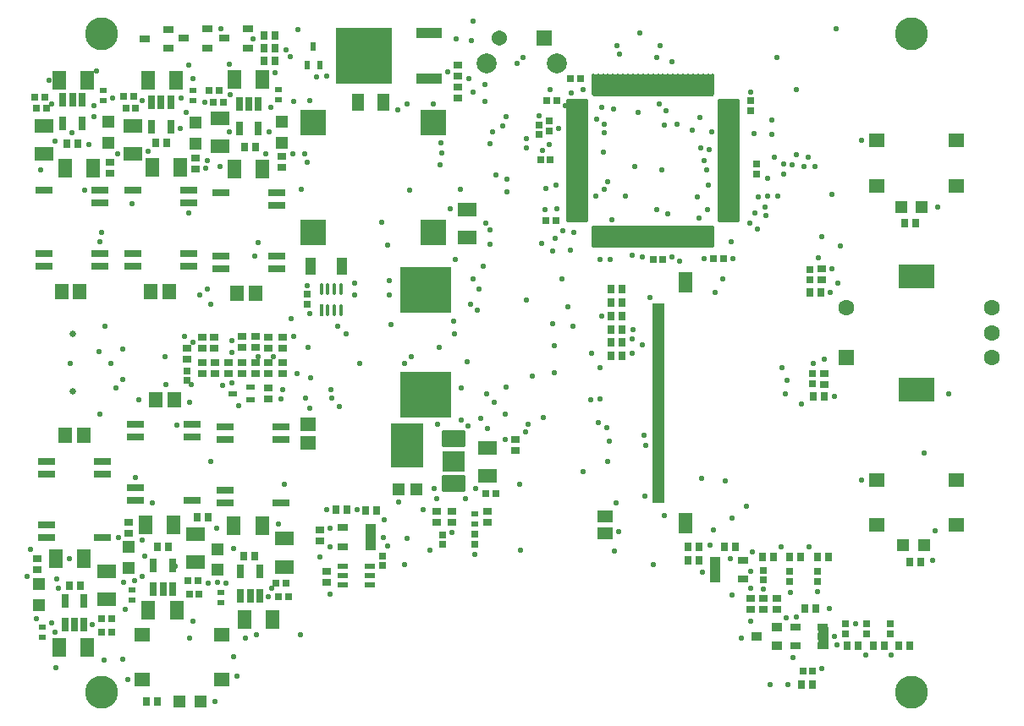
<source format=gts>
G04*
G04 #@! TF.GenerationSoftware,Altium Limited,Altium Designer,22.1.2 (22)*
G04*
G04 Layer_Color=8388736*
%FSLAX44Y44*%
%MOMM*%
G71*
G04*
G04 #@! TF.SameCoordinates,74BE647B-5A68-4C54-96DD-97E0C3036DEC*
G04*
G04*
G04 #@! TF.FilePolarity,Negative*
G04*
G01*
G75*
%ADD31R,0.3750X1.1565*%
G04:AMPARAMS|DCode=32|XSize=1.1565mm|YSize=0.375mm|CornerRadius=0.1875mm|HoleSize=0mm|Usage=FLASHONLY|Rotation=90.000|XOffset=0mm|YOffset=0mm|HoleType=Round|Shape=RoundedRectangle|*
%AMROUNDEDRECTD32*
21,1,1.1565,0.0000,0,0,90.0*
21,1,0.7815,0.3750,0,0,90.0*
1,1,0.3750,0.0000,0.3908*
1,1,0.3750,0.0000,-0.3908*
1,1,0.3750,0.0000,-0.3908*
1,1,0.3750,0.0000,0.3908*
%
%ADD32ROUNDEDRECTD32*%
%ADD33R,1.7000X0.8000*%
%ADD35R,1.5562X1.4546*%
%ADD37R,1.4546X1.5562*%
%ADD40R,2.6000X1.0600*%
%ADD41R,5.7000X5.6320*%
%ADD51R,1.1544X1.7062*%
%ADD55R,1.2433X20.0052*%
%ADD56R,1.0160X2.2860*%
%ADD57R,2.1040X1.7865*%
%ADD58R,2.0952X1.7748*%
%ADD59R,12.0411X2.1812*%
%ADD60R,2.1985X12.0139*%
%ADD61R,12.0366X2.1924*%
%ADD62R,2.1936X11.9964*%
%ADD63R,1.1000X0.4000*%
%ADD64R,1.4000X2.1000*%
%ADD65R,2.6000X2.6000*%
%ADD66R,0.6000X0.9000*%
%ADD67R,0.9000X0.6000*%
G04:AMPARAMS|DCode=68|XSize=0.7mm|YSize=1.1mm|CornerRadius=0.101mm|HoleSize=0mm|Usage=FLASHONLY|Rotation=270.000|XOffset=0mm|YOffset=0mm|HoleType=Round|Shape=RoundedRectangle|*
%AMROUNDEDRECTD68*
21,1,0.7000,0.8980,0,0,270.0*
21,1,0.4980,1.1000,0,0,270.0*
1,1,0.2020,-0.4490,-0.2490*
1,1,0.2020,-0.4490,0.2490*
1,1,0.2020,0.4490,0.2490*
1,1,0.2020,0.4490,-0.2490*
%
%ADD68ROUNDEDRECTD68*%
%ADD69R,0.8500X0.7500*%
%ADD70R,5.1000X4.6000*%
%ADD71R,0.6500X1.4000*%
%ADD72R,0.8000X1.4000*%
%ADD73R,0.7500X0.8500*%
%ADD74R,0.7400X0.6400*%
%ADD75R,1.1000X0.6000*%
%ADD76R,1.0000X0.9000*%
%ADD77R,2.2700X2.0400*%
%ADD78O,0.4000X1.7000*%
%ADD79R,1.1000X0.7000*%
%ADD80R,1.4500X1.9000*%
%ADD81R,0.6400X0.7400*%
%ADD82R,1.0000X1.7500*%
%ADD83R,0.6500X0.6000*%
%ADD84R,1.3000X1.2000*%
%ADD85R,1.9000X1.4500*%
%ADD86R,0.7500X0.6500*%
%ADD87R,0.6500X0.7500*%
%ADD88R,1.5000X1.3000*%
%ADD89R,3.3000X4.4500*%
%ADD90R,1.2000X1.2500*%
%ADD91R,1.2000X1.3000*%
%ADD92O,0.4000X2.2000*%
%ADD93O,2.2000X0.4000*%
%ADD94R,1.6500X1.4000*%
%ADD95C,0.6500*%
%ADD96R,3.6000X2.4000*%
%ADD97R,1.6000X1.6000*%
%ADD98C,1.6000*%
%ADD99R,1.5400X1.5400*%
%ADD100C,1.5400*%
%ADD101C,2.0000*%
%ADD102C,3.3000*%
%ADD103C,0.5500*%
%ADD104C,0.6000*%
D31*
X299556Y412760D02*
D03*
D32*
X306056D02*
D03*
X312556D02*
D03*
X319056D02*
D03*
Y433777D02*
D03*
X312556D02*
D03*
X306056D02*
D03*
X299556D02*
D03*
D33*
X258908Y219900D02*
D03*
X202908D02*
D03*
Y232600D02*
D03*
X258908Y283400D02*
D03*
Y296100D02*
D03*
X202908Y283400D02*
D03*
Y296100D02*
D03*
X111092Y533100D02*
D03*
X167093D02*
D03*
Y520400D02*
D03*
X111092Y469600D02*
D03*
Y456900D02*
D03*
X167093Y469600D02*
D03*
Y456900D02*
D03*
X199204Y530074D02*
D03*
X255204D02*
D03*
Y517374D02*
D03*
X199204Y466574D02*
D03*
Y453874D02*
D03*
X255204Y466574D02*
D03*
Y453874D02*
D03*
X24429Y261100D02*
D03*
Y248400D02*
D03*
X80429Y261100D02*
D03*
Y248400D02*
D03*
X24429Y197600D02*
D03*
Y184900D02*
D03*
X80429D02*
D03*
X78093Y456900D02*
D03*
Y469600D02*
D03*
X22092Y456900D02*
D03*
Y469600D02*
D03*
X78093Y520400D02*
D03*
Y533100D02*
D03*
X22092D02*
D03*
X113908Y298115D02*
D03*
Y285415D02*
D03*
X169907Y298115D02*
D03*
Y285415D02*
D03*
X113908Y234615D02*
D03*
Y221915D02*
D03*
X169907D02*
D03*
D35*
X286260Y298673D02*
D03*
Y280158D02*
D03*
D37*
X134128Y322800D02*
D03*
X152643D02*
D03*
X43171Y287400D02*
D03*
X61687D02*
D03*
X147069Y431291D02*
D03*
X128554D02*
D03*
X58010D02*
D03*
X39494D02*
D03*
X233946Y430000D02*
D03*
X215431D02*
D03*
D40*
X407354Y690340D02*
D03*
Y644640D02*
D03*
D41*
X341854Y667500D02*
D03*
D51*
X361712Y621340D02*
D03*
X336194D02*
D03*
D55*
X636700Y320014D02*
D03*
D56*
X801690Y84421D02*
D03*
X693530Y154270D02*
D03*
X348970Y183980D02*
D03*
D57*
X431865Y238786D02*
D03*
D58*
X431879Y283835D02*
D03*
D59*
X631442Y638334D02*
D03*
D60*
X555437Y562383D02*
D03*
D61*
X631528Y486422D02*
D03*
D62*
X707413Y562450D02*
D03*
D63*
X636500Y322500D02*
D03*
Y417500D02*
D03*
Y412500D02*
D03*
Y407500D02*
D03*
Y402500D02*
D03*
Y397500D02*
D03*
Y392500D02*
D03*
Y387500D02*
D03*
Y382500D02*
D03*
Y377500D02*
D03*
Y372500D02*
D03*
Y367500D02*
D03*
Y362500D02*
D03*
Y357500D02*
D03*
Y352500D02*
D03*
Y347500D02*
D03*
Y342500D02*
D03*
Y337500D02*
D03*
Y332500D02*
D03*
Y327500D02*
D03*
Y317500D02*
D03*
Y312500D02*
D03*
Y307500D02*
D03*
Y302500D02*
D03*
Y297500D02*
D03*
Y292500D02*
D03*
Y287500D02*
D03*
Y282500D02*
D03*
Y277500D02*
D03*
Y272500D02*
D03*
Y267500D02*
D03*
Y262500D02*
D03*
Y257500D02*
D03*
Y252500D02*
D03*
Y247500D02*
D03*
Y242500D02*
D03*
Y237500D02*
D03*
Y232500D02*
D03*
Y227500D02*
D03*
Y222500D02*
D03*
D64*
X663500Y199500D02*
D03*
Y440500D02*
D03*
D65*
X291618Y490906D02*
D03*
Y600906D02*
D03*
X411618Y490906D02*
D03*
Y600906D02*
D03*
D66*
X285118Y658500D02*
D03*
X298118D02*
D03*
X291618Y676500D02*
D03*
D67*
X228689Y322816D02*
D03*
Y335816D02*
D03*
X210689Y329315D02*
D03*
D68*
X773970Y76191D02*
D03*
Y95191D02*
D03*
X801470D02*
D03*
Y85691D02*
D03*
Y76191D02*
D03*
X721250Y162500D02*
D03*
Y143500D02*
D03*
X693750D02*
D03*
Y153000D02*
D03*
Y162500D02*
D03*
X321250Y175750D02*
D03*
Y194750D02*
D03*
X348750D02*
D03*
Y185250D02*
D03*
Y175750D02*
D03*
D69*
X755550Y123750D02*
D03*
Y112750D02*
D03*
X304880Y150770D02*
D03*
Y139770D02*
D03*
X298000Y193000D02*
D03*
Y182000D02*
D03*
X206689Y349275D02*
D03*
Y360274D02*
D03*
X193217Y349275D02*
D03*
Y360275D02*
D03*
X246704Y374920D02*
D03*
Y385920D02*
D03*
X233439Y375110D02*
D03*
Y386110D02*
D03*
X220271Y375110D02*
D03*
Y386110D02*
D03*
X180433Y374920D02*
D03*
Y385920D02*
D03*
X260846Y374920D02*
D03*
Y385920D02*
D03*
X192188Y374920D02*
D03*
Y385920D02*
D03*
X493322Y272000D02*
D03*
Y283000D02*
D03*
X246704Y334816D02*
D03*
Y323815D02*
D03*
X246704Y349275D02*
D03*
Y360275D02*
D03*
X233439Y349275D02*
D03*
Y360275D02*
D03*
X219859Y349275D02*
D03*
Y360275D02*
D03*
X180433Y349275D02*
D03*
Y360275D02*
D03*
X261117Y349275D02*
D03*
Y360275D02*
D03*
X436161Y647427D02*
D03*
Y658427D02*
D03*
Y625649D02*
D03*
Y636649D02*
D03*
X15000Y152500D02*
D03*
Y163500D02*
D03*
X87750Y560750D02*
D03*
Y549750D02*
D03*
X260215Y555427D02*
D03*
Y566427D02*
D03*
X174062Y554500D02*
D03*
Y565500D02*
D03*
X106938Y200515D02*
D03*
Y189515D02*
D03*
X165546Y364000D02*
D03*
Y375000D02*
D03*
X430217Y199989D02*
D03*
Y210989D02*
D03*
X465615Y200000D02*
D03*
Y211000D02*
D03*
X414650Y200245D02*
D03*
Y211244D02*
D03*
X800433Y454102D02*
D03*
Y443102D02*
D03*
X742000Y112750D02*
D03*
Y123750D02*
D03*
X803014Y338528D02*
D03*
Y349528D02*
D03*
X728947Y112738D02*
D03*
Y123738D02*
D03*
D70*
X403617Y432920D02*
D03*
Y327920D02*
D03*
D71*
X60020Y623471D02*
D03*
X50520D02*
D03*
X41020D02*
D03*
X42929Y97500D02*
D03*
X52429D02*
D03*
X61929D02*
D03*
X131635Y133150D02*
D03*
X141135D02*
D03*
X150635D02*
D03*
X218907Y126850D02*
D03*
X228407D02*
D03*
X237907D02*
D03*
X148796Y620787D02*
D03*
X139296D02*
D03*
X129796D02*
D03*
X236714Y618927D02*
D03*
X227215D02*
D03*
X217715D02*
D03*
D72*
X41020Y599471D02*
D03*
X60020D02*
D03*
X61929Y121500D02*
D03*
X42929D02*
D03*
X150635Y157150D02*
D03*
X131635D02*
D03*
X237907Y150850D02*
D03*
X218907D02*
D03*
X129796Y596787D02*
D03*
X148796D02*
D03*
X217715Y594927D02*
D03*
X236714D02*
D03*
D73*
X677657Y175799D02*
D03*
X666657D02*
D03*
X677527Y162500D02*
D03*
X666527D02*
D03*
X702500Y175799D02*
D03*
X713500D02*
D03*
X355260Y212240D02*
D03*
X344260D02*
D03*
X325500Y212500D02*
D03*
X314500D02*
D03*
X253390Y688201D02*
D03*
X242390D02*
D03*
X851699Y76746D02*
D03*
X862699D02*
D03*
X888151D02*
D03*
X877152D02*
D03*
X740703Y165239D02*
D03*
X751703D02*
D03*
X779264Y165636D02*
D03*
X768264D02*
D03*
X806761D02*
D03*
X795761D02*
D03*
X253464Y675540D02*
D03*
X242464D02*
D03*
Y662500D02*
D03*
X253464D02*
D03*
X47848Y137030D02*
D03*
X58848D02*
D03*
X55592Y579849D02*
D03*
X44592D02*
D03*
X223175Y576050D02*
D03*
X234175D02*
D03*
X133796Y580427D02*
D03*
X144796D02*
D03*
X175250Y205000D02*
D03*
X186250D02*
D03*
X232689Y166750D02*
D03*
X221688D02*
D03*
X146636Y175515D02*
D03*
X135635D02*
D03*
X589000Y433612D02*
D03*
X600000D02*
D03*
X589000Y420199D02*
D03*
X600000D02*
D03*
X589000Y407212D02*
D03*
X600000D02*
D03*
X589000Y393612D02*
D03*
X600000D02*
D03*
Y380734D02*
D03*
X589000D02*
D03*
X589000Y367112D02*
D03*
X600000D02*
D03*
X898870Y160761D02*
D03*
X887870D02*
D03*
X799014Y430700D02*
D03*
X788014D02*
D03*
X794070Y114086D02*
D03*
X783070D02*
D03*
X883000Y499832D02*
D03*
X894000D02*
D03*
X780199Y37594D02*
D03*
X791199D02*
D03*
X124759Y20561D02*
D03*
X135759D02*
D03*
X837027Y76746D02*
D03*
X826027D02*
D03*
X792014Y326344D02*
D03*
X803014D02*
D03*
D74*
X360775Y166754D02*
D03*
Y156754D02*
D03*
X527996Y602406D02*
D03*
Y592406D02*
D03*
X285118Y418543D02*
D03*
Y428543D02*
D03*
X517200Y598467D02*
D03*
Y588467D02*
D03*
X729155Y612406D02*
D03*
Y622406D02*
D03*
X869177Y98480D02*
D03*
Y88480D02*
D03*
X823840Y98448D02*
D03*
Y88448D02*
D03*
X844924Y98480D02*
D03*
Y88480D02*
D03*
X741526Y142250D02*
D03*
Y152250D02*
D03*
X768264Y140749D02*
D03*
Y150749D02*
D03*
X795761Y140749D02*
D03*
Y150749D02*
D03*
X452889Y187992D02*
D03*
Y177992D02*
D03*
X420519Y187838D02*
D03*
Y177838D02*
D03*
X788014Y443200D02*
D03*
Y453200D02*
D03*
X735112Y558906D02*
D03*
Y548906D02*
D03*
X791014Y339028D02*
D03*
Y349028D02*
D03*
D75*
X347990Y137600D02*
D03*
Y147100D02*
D03*
Y156600D02*
D03*
X320990Y137600D02*
D03*
Y147100D02*
D03*
Y156600D02*
D03*
D76*
X755054Y76191D02*
D03*
Y95192D02*
D03*
X735054Y85691D02*
D03*
D77*
X432019Y261302D02*
D03*
D78*
X422019Y238802D02*
D03*
X427019D02*
D03*
X432019D02*
D03*
X437019D02*
D03*
X442019D02*
D03*
X422019Y283802D02*
D03*
X427019D02*
D03*
X432019D02*
D03*
X437019D02*
D03*
X442019D02*
D03*
D79*
X122750Y684631D02*
D03*
X146750Y694131D02*
D03*
Y675131D02*
D03*
X202465Y685040D02*
D03*
X226465Y694540D02*
D03*
Y675540D02*
D03*
X161486Y685040D02*
D03*
X185486Y694540D02*
D03*
Y675540D02*
D03*
D80*
X212189Y196739D02*
D03*
X240189D02*
D03*
X123812Y197600D02*
D03*
X151812D02*
D03*
X33848Y163500D02*
D03*
X61848D02*
D03*
X158796Y556120D02*
D03*
X130796D02*
D03*
X71569Y554828D02*
D03*
X43569D02*
D03*
X240673Y554449D02*
D03*
X212673D02*
D03*
X65209Y75000D02*
D03*
X37209D02*
D03*
X37312Y643000D02*
D03*
X65312D02*
D03*
X240465Y643927D02*
D03*
X212465D02*
D03*
X154312Y643000D02*
D03*
X126312D02*
D03*
X222929Y103015D02*
D03*
X250929D02*
D03*
X126688Y112015D02*
D03*
X154688D02*
D03*
D81*
X558645Y644606D02*
D03*
X548645D02*
D03*
X90000Y90500D02*
D03*
X80000D02*
D03*
X79500Y104000D02*
D03*
X89500D02*
D03*
X12583Y626340D02*
D03*
X22583D02*
D03*
X24883Y614785D02*
D03*
X14883D02*
D03*
X197188Y633073D02*
D03*
X187188D02*
D03*
X191214Y621340D02*
D03*
X201214D02*
D03*
X111583Y627287D02*
D03*
X101583D02*
D03*
X103883Y614785D02*
D03*
X113883D02*
D03*
X264107Y138850D02*
D03*
X254107D02*
D03*
X256407Y125978D02*
D03*
X266407D02*
D03*
X167407Y127993D02*
D03*
X177407D02*
D03*
X175812Y141950D02*
D03*
X165812D02*
D03*
X781320Y51592D02*
D03*
X791320D02*
D03*
X641420Y463754D02*
D03*
X631420D02*
D03*
X535296Y622406D02*
D03*
X525296D02*
D03*
X534032Y502406D02*
D03*
X524032D02*
D03*
X691920Y464455D02*
D03*
X701920D02*
D03*
X528739Y563466D02*
D03*
X518739D02*
D03*
D82*
X319743Y456900D02*
D03*
X289244D02*
D03*
D83*
X20785Y84927D02*
D03*
Y95087D02*
D03*
X81736Y633073D02*
D03*
Y622913D02*
D03*
X256889Y623840D02*
D03*
Y634000D02*
D03*
X170736Y622913D02*
D03*
Y633073D02*
D03*
X199264Y130087D02*
D03*
Y119927D02*
D03*
X110264Y132102D02*
D03*
Y121942D02*
D03*
X452889Y198170D02*
D03*
Y208330D02*
D03*
D84*
X17459Y117500D02*
D03*
Y138500D02*
D03*
X86593Y601690D02*
D03*
Y580690D02*
D03*
X260215Y580427D02*
D03*
Y601427D02*
D03*
X174062Y579500D02*
D03*
Y600500D02*
D03*
X195938Y173500D02*
D03*
Y152500D02*
D03*
X106938Y175515D02*
D03*
Y154515D02*
D03*
D85*
X84513Y150804D02*
D03*
Y122804D02*
D03*
X22092Y569300D02*
D03*
Y597300D02*
D03*
X262188Y183729D02*
D03*
Y155729D02*
D03*
X173645Y188357D02*
D03*
Y160357D02*
D03*
X198209Y576721D02*
D03*
Y604721D02*
D03*
X111092Y569300D02*
D03*
Y597300D02*
D03*
X465615Y275000D02*
D03*
Y247000D02*
D03*
X445819Y513673D02*
D03*
Y485673D02*
D03*
D86*
X165546Y352105D02*
D03*
Y342105D02*
D03*
D87*
X474365Y229294D02*
D03*
X464365D02*
D03*
D88*
X583250Y189080D02*
D03*
Y206080D02*
D03*
D89*
X385643Y277433D02*
D03*
D90*
X394393Y232933D02*
D03*
X376893D02*
D03*
D91*
X178646Y20562D02*
D03*
X157645D02*
D03*
X900500Y516000D02*
D03*
X879500D02*
D03*
X902630Y177086D02*
D03*
X881630D02*
D03*
D92*
X691420Y638406D02*
D03*
X686420D02*
D03*
X681420D02*
D03*
X676420D02*
D03*
X671420D02*
D03*
X666420D02*
D03*
X661420D02*
D03*
X656420D02*
D03*
X651420D02*
D03*
X646420D02*
D03*
X641420D02*
D03*
X636420D02*
D03*
X631420D02*
D03*
X626420D02*
D03*
X621420D02*
D03*
X616420D02*
D03*
X611420D02*
D03*
X606420D02*
D03*
X601420D02*
D03*
X596420D02*
D03*
X591420D02*
D03*
X586420D02*
D03*
X581420D02*
D03*
X576420D02*
D03*
X571420D02*
D03*
Y486406D02*
D03*
X576420D02*
D03*
X581420D02*
D03*
X586420D02*
D03*
X591420D02*
D03*
X596420D02*
D03*
X601420D02*
D03*
X606420D02*
D03*
X611420D02*
D03*
X616420D02*
D03*
X621420D02*
D03*
X626420D02*
D03*
X631420D02*
D03*
X636420D02*
D03*
X641420D02*
D03*
X646420D02*
D03*
X651420D02*
D03*
X656420D02*
D03*
X661420D02*
D03*
X666420D02*
D03*
X671420D02*
D03*
X676420D02*
D03*
X681420D02*
D03*
X686420D02*
D03*
X691420D02*
D03*
D93*
X555420Y622406D02*
D03*
Y617406D02*
D03*
Y612406D02*
D03*
Y607406D02*
D03*
Y602406D02*
D03*
Y597406D02*
D03*
Y592406D02*
D03*
Y587406D02*
D03*
Y582406D02*
D03*
Y577406D02*
D03*
Y572406D02*
D03*
Y567406D02*
D03*
Y562406D02*
D03*
Y557406D02*
D03*
Y552406D02*
D03*
Y547406D02*
D03*
Y542406D02*
D03*
Y537406D02*
D03*
Y532406D02*
D03*
Y527406D02*
D03*
Y522406D02*
D03*
Y517406D02*
D03*
Y512406D02*
D03*
Y507406D02*
D03*
Y502406D02*
D03*
X707420D02*
D03*
Y507406D02*
D03*
Y512406D02*
D03*
Y517406D02*
D03*
Y522406D02*
D03*
Y527406D02*
D03*
Y532406D02*
D03*
Y537406D02*
D03*
Y542406D02*
D03*
Y547406D02*
D03*
Y552406D02*
D03*
Y557406D02*
D03*
Y562406D02*
D03*
Y567406D02*
D03*
Y572406D02*
D03*
Y577406D02*
D03*
Y582406D02*
D03*
Y587406D02*
D03*
Y592406D02*
D03*
Y597406D02*
D03*
Y602406D02*
D03*
Y607406D02*
D03*
Y612406D02*
D03*
Y617406D02*
D03*
Y622406D02*
D03*
D94*
X199750Y42500D02*
D03*
Y87500D02*
D03*
X120250Y42500D02*
D03*
Y87500D02*
D03*
X934750Y197500D02*
D03*
Y242500D02*
D03*
X855250Y197500D02*
D03*
Y242500D02*
D03*
X934750Y537500D02*
D03*
Y582500D02*
D03*
X855250Y537500D02*
D03*
Y582500D02*
D03*
D95*
X51050Y388900D02*
D03*
Y331100D02*
D03*
D96*
X895000Y333000D02*
D03*
Y447000D02*
D03*
D97*
X825000Y365000D02*
D03*
D98*
Y415000D02*
D03*
X970000Y365000D02*
D03*
Y390000D02*
D03*
Y415000D02*
D03*
D99*
X522500Y685138D02*
D03*
D100*
X477500D02*
D03*
D101*
X535050Y660238D02*
D03*
X464950D02*
D03*
D102*
X80000Y690000D02*
D03*
X890000D02*
D03*
Y30000D02*
D03*
X80000D02*
D03*
D103*
X95750Y569500D02*
D03*
X29750Y99250D02*
D03*
X33000Y90500D02*
D03*
X102000Y140000D02*
D03*
X194750Y194500D02*
D03*
X70500Y97750D02*
D03*
X106250Y42750D02*
D03*
X390000Y366500D02*
D03*
X211750Y65750D02*
D03*
X736750Y526500D02*
D03*
X522000Y305250D02*
D03*
X610180Y369500D02*
D03*
X66750Y578500D02*
D03*
X63000Y533000D02*
D03*
X764500Y104250D02*
D03*
X680500Y150500D02*
D03*
X710750Y127000D02*
D03*
X35250Y143250D02*
D03*
X688250Y177000D02*
D03*
X201000Y337500D02*
D03*
X759500Y175750D02*
D03*
X294750Y646180D02*
D03*
X762000Y548750D02*
D03*
X756000Y527250D02*
D03*
X283000Y569250D02*
D03*
X285750Y561000D02*
D03*
X249250Y616000D02*
D03*
X247250Y591000D02*
D03*
X185500Y563000D02*
D03*
X36604Y134473D02*
D03*
X8500Y173000D02*
D03*
X5250Y146250D02*
D03*
X787500Y175500D02*
D03*
X869500Y67250D02*
D03*
X210500Y339750D02*
D03*
X443500Y224250D02*
D03*
X365500Y176250D02*
D03*
X844500Y67000D02*
D03*
X298000Y165500D02*
D03*
X504780Y423000D02*
D03*
X545963Y415750D02*
D03*
X551533Y396250D02*
D03*
X744500Y507750D02*
D03*
X736000Y494000D02*
D03*
X728415Y500102D02*
D03*
X743529Y516145D02*
D03*
X733500Y510500D02*
D03*
X745843Y527285D02*
D03*
X745939Y544439D02*
D03*
X621049Y378201D02*
D03*
X610288Y383962D02*
D03*
X611250Y393612D02*
D03*
X170750Y101500D02*
D03*
X369250Y398552D02*
D03*
X270750Y569750D02*
D03*
X164000Y611250D02*
D03*
X120250Y146250D02*
D03*
X34000Y54750D02*
D03*
X375750Y613500D02*
D03*
X385750Y619250D02*
D03*
X387923Y533018D02*
D03*
X272000Y386750D02*
D03*
X71750Y606500D02*
D03*
X419500Y580750D02*
D03*
X540500Y444250D02*
D03*
X761877Y559373D02*
D03*
X753007Y566257D02*
D03*
X793273Y556500D02*
D03*
X782134Y556706D02*
D03*
X770994Y558134D02*
D03*
X774680Y568500D02*
D03*
X786250Y566000D02*
D03*
X800323Y53677D02*
D03*
X335000Y212500D02*
D03*
X308000Y194500D02*
D03*
X775117Y105633D02*
D03*
X808000Y114086D02*
D03*
X809000Y430700D02*
D03*
X812750Y326344D02*
D03*
X729250Y151320D02*
D03*
X729500Y134000D02*
D03*
X77785Y308900D02*
D03*
X766000Y37594D02*
D03*
X382500Y158250D02*
D03*
X418750Y558040D02*
D03*
X279626Y533898D02*
D03*
X419750Y570604D02*
D03*
X120750Y623000D02*
D03*
X96250Y184750D02*
D03*
X425750Y651750D02*
D03*
X72500Y617500D02*
D03*
X208250Y629000D02*
D03*
X14250Y104000D02*
D03*
X305057Y646999D02*
D03*
X159500Y625500D02*
D03*
X729500Y101500D02*
D03*
X504000Y290750D02*
D03*
X815250Y77250D02*
D03*
X650500Y466000D02*
D03*
X408500Y172250D02*
D03*
X90500Y625250D02*
D03*
X260750Y333000D02*
D03*
X453750Y233750D02*
D03*
X456045Y412500D02*
D03*
X195500Y140000D02*
D03*
X169293Y338359D02*
D03*
X89200Y359250D02*
D03*
X198750Y694540D02*
D03*
X595500Y677750D02*
D03*
X465250Y328500D02*
D03*
X178000Y427750D02*
D03*
X470998Y591263D02*
D03*
X480750Y597250D02*
D03*
X484250Y606750D02*
D03*
X308750Y333000D02*
D03*
X523750Y513750D02*
D03*
X207500Y591250D02*
D03*
X101250Y343500D02*
D03*
X628500Y425750D02*
D03*
X658200Y462050D02*
D03*
X463750Y500250D02*
D03*
X468250Y493500D02*
D03*
X94500Y335250D02*
D03*
X613250Y556750D02*
D03*
X506500Y298500D02*
D03*
X446000Y296750D02*
D03*
X431750Y402000D02*
D03*
X144250Y338000D02*
D03*
X520750Y573000D02*
D03*
X791500Y359000D02*
D03*
X711250Y464250D02*
D03*
X215000Y46000D02*
D03*
X810750Y454500D02*
D03*
X812500Y86000D02*
D03*
X537250Y594500D02*
D03*
X730750Y170750D02*
D03*
X430250Y189750D02*
D03*
X376500Y220500D02*
D03*
X768750Y130250D02*
D03*
X186250Y139250D02*
D03*
X304989Y212619D02*
D03*
X310190Y324537D02*
D03*
X318016Y316609D02*
D03*
X691936Y192936D02*
D03*
X103750Y113000D02*
D03*
X101000Y63355D02*
D03*
X167750Y84250D02*
D03*
X278657Y87250D02*
D03*
X272250Y621750D02*
D03*
X198000Y557000D02*
D03*
X170750Y644500D02*
D03*
X182651Y621340D02*
D03*
X110000Y519250D02*
D03*
X19062Y553062D02*
D03*
X29592Y618927D02*
D03*
X484000Y335500D02*
D03*
X533087Y350163D02*
D03*
X510538Y346962D02*
D03*
X483500Y309000D02*
D03*
X50250Y590250D02*
D03*
X33125Y582265D02*
D03*
X362500Y203000D02*
D03*
X708500Y163750D02*
D03*
X439463Y302596D02*
D03*
X415750Y298250D02*
D03*
X748750Y38000D02*
D03*
X498070Y238363D02*
D03*
X578550Y323629D02*
D03*
X576535Y299847D02*
D03*
X569250Y323250D02*
D03*
X532596Y377500D02*
D03*
X483455Y283000D02*
D03*
X585233Y294826D02*
D03*
X561583Y251090D02*
D03*
X586039Y261276D02*
D03*
X680250Y244250D02*
D03*
X703750Y241500D02*
D03*
X710307Y204177D02*
D03*
X465615Y294614D02*
D03*
X468090Y478906D02*
D03*
X499000Y172000D02*
D03*
X461865Y456900D02*
D03*
X472164Y320562D02*
D03*
X485042Y531303D02*
D03*
X463550Y621522D02*
D03*
X501061Y665899D02*
D03*
X495348Y660238D02*
D03*
X528739Y634007D02*
D03*
X549953Y630406D02*
D03*
X530868Y399571D02*
D03*
X720000Y84000D02*
D03*
X631373Y158239D02*
D03*
X593020Y171098D02*
D03*
X452889Y168000D02*
D03*
X596750Y190920D02*
D03*
X725000Y216021D02*
D03*
X385000Y184000D02*
D03*
X361465Y185250D02*
D03*
X308638Y175750D02*
D03*
X308630Y128386D02*
D03*
X580359Y615906D02*
D03*
X575359Y603906D02*
D03*
X582649Y599155D02*
D03*
X582920Y590906D02*
D03*
X771514Y65000D02*
D03*
X795761Y130750D02*
D03*
X412812Y233819D02*
D03*
X204322Y139633D02*
D03*
X243606Y569362D02*
D03*
X154688Y298000D02*
D03*
X439639Y334434D02*
D03*
X815000Y695000D02*
D03*
X755000Y666010D02*
D03*
X246704Y125978D02*
D03*
X468011Y579800D02*
D03*
X505000Y584471D02*
D03*
X517448Y607406D02*
D03*
X505000Y575461D02*
D03*
X473870Y548544D02*
D03*
X126296Y571721D02*
D03*
X130259Y219900D02*
D03*
X775000Y633399D02*
D03*
X544068Y617949D02*
D03*
X216747Y317408D02*
D03*
X258908Y323815D02*
D03*
X210439Y370440D02*
D03*
X167407Y320316D02*
D03*
X231465Y684450D02*
D03*
X610359Y467655D02*
D03*
X588220Y463400D02*
D03*
X578596D02*
D03*
X586420Y541748D02*
D03*
X581709Y570648D02*
D03*
X650240Y661677D02*
D03*
X643074Y206744D02*
D03*
X579920Y407212D02*
D03*
X597485Y669225D02*
D03*
X617920Y690340D02*
D03*
X638720Y677438D02*
D03*
X635169Y666010D02*
D03*
X82722Y396630D02*
D03*
X120250Y182015D02*
D03*
X122842Y166750D02*
D03*
X447389Y644750D02*
D03*
X616659Y611079D02*
D03*
X434236Y684917D02*
D03*
X268814Y666960D02*
D03*
X264354Y673720D02*
D03*
X253464Y650677D02*
D03*
X276256Y694131D02*
D03*
X840277Y242500D02*
D03*
X840094Y582500D02*
D03*
X915914Y516000D02*
D03*
X594500Y219314D02*
D03*
X450000Y682850D02*
D03*
X451419Y702150D02*
D03*
X288370Y622451D02*
D03*
X428819Y514162D02*
D03*
X682920Y562406D02*
D03*
X729155Y630905D02*
D03*
X367274Y427706D02*
D03*
Y442654D02*
D03*
X449019Y418532D02*
D03*
X288318Y409677D02*
D03*
X551829Y490938D02*
D03*
X541500Y492423D02*
D03*
X646480Y508906D02*
D03*
X682920Y464349D02*
D03*
X701342Y443778D02*
D03*
X796683Y465608D02*
D03*
X765714Y342500D02*
D03*
X417819Y375420D02*
D03*
X432599Y388920D02*
D03*
X800433Y486406D02*
D03*
X185486Y433777D02*
D03*
X188587Y418383D02*
D03*
X76916Y370858D02*
D03*
X48752Y359799D02*
D03*
X143385Y366442D02*
D03*
X116787Y323153D02*
D03*
X458683Y304000D02*
D03*
X451419Y631500D02*
D03*
X411617Y619545D02*
D03*
X360308Y501115D02*
D03*
X414650Y224000D02*
D03*
X211408Y174357D02*
D03*
X623316Y226874D02*
D03*
X622471Y287500D02*
D03*
X624170Y277500D02*
D03*
X587920Y281124D02*
D03*
X640410Y553467D02*
D03*
X603784Y527406D02*
D03*
X590359Y503648D02*
D03*
X574392Y526874D02*
D03*
X582920Y534031D02*
D03*
X463500Y638406D02*
D03*
X184183Y554656D02*
D03*
X113068Y141659D02*
D03*
X47848Y163500D02*
D03*
X233250Y466574D02*
D03*
X207209Y658750D02*
D03*
X167093Y658500D02*
D03*
X158592Y594927D02*
D03*
X236714Y480456D02*
D03*
X332618Y439560D02*
D03*
Y427995D02*
D03*
X269765Y404648D02*
D03*
X286260Y375150D02*
D03*
X251752Y365775D02*
D03*
X732708Y589706D02*
D03*
X690085Y591346D02*
D03*
X678653Y605398D02*
D03*
X687481Y573879D02*
D03*
X679475Y575461D02*
D03*
X484925Y543788D02*
D03*
X534333Y537705D02*
D03*
X433658Y463400D02*
D03*
X324244Y388920D02*
D03*
X210439Y382487D02*
D03*
X283729Y325000D02*
D03*
X289244Y345093D02*
D03*
X275000Y348934D02*
D03*
X236714Y365775D02*
D03*
X365878Y477641D02*
D03*
X256987Y198199D02*
D03*
X249741Y134485D02*
D03*
X337618Y359684D02*
D03*
X285118Y437435D02*
D03*
X315506Y396518D02*
D03*
X684982Y552976D02*
D03*
X686999Y538087D02*
D03*
X675850Y526345D02*
D03*
X677813Y505170D02*
D03*
X686226Y513583D02*
D03*
X620784Y466044D02*
D03*
X548789Y473136D02*
D03*
X533165Y484276D02*
D03*
X530917Y471877D02*
D03*
X519930Y479839D02*
D03*
X523973Y535015D02*
D03*
X833777Y98464D02*
D03*
X741526Y133000D02*
D03*
X438861Y533898D02*
D03*
X561477Y633399D02*
D03*
X637481Y618953D02*
D03*
X642480Y598002D02*
D03*
X655359Y599155D02*
D03*
X670618Y592805D02*
D03*
X760802Y355283D02*
D03*
X535296Y514202D02*
D03*
X457152Y433612D02*
D03*
X288318Y314158D02*
D03*
X170811Y380266D02*
D03*
X527996Y578906D02*
D03*
X101183Y373942D02*
D03*
X162441Y386602D02*
D03*
X710000Y480936D02*
D03*
X234911Y87778D02*
D03*
X80000Y490448D02*
D03*
X27460Y643000D02*
D03*
X74812Y652500D02*
D03*
X223407Y84000D02*
D03*
X82638Y62220D02*
D03*
X192811Y20562D02*
D03*
X913734Y191706D02*
D03*
X750000Y603467D02*
D03*
X803014Y363824D02*
D03*
X635359Y513382D02*
D03*
X779819Y319000D02*
D03*
X764130Y329094D02*
D03*
X591984Y613906D02*
D03*
X927085Y329094D02*
D03*
X902630Y270000D02*
D03*
X910924Y161886D02*
D03*
X818462Y476840D02*
D03*
X750000Y589000D02*
D03*
X810000Y528467D02*
D03*
X816500Y439852D02*
D03*
X644670Y612251D02*
D03*
X578596Y355283D02*
D03*
X569519Y369641D02*
D03*
X78093Y481381D02*
D03*
X401643Y212581D02*
D03*
X382393Y359000D02*
D03*
X693624Y430654D02*
D03*
X445519Y361275D02*
D03*
X451419Y444050D02*
D03*
X167093Y510000D02*
D03*
X188745Y261301D02*
D03*
X262188Y238000D02*
D03*
X113908Y245015D02*
D03*
X153383Y156235D02*
D03*
D104*
X426519Y255802D02*
D03*
Y266802D02*
D03*
X437519Y255802D02*
D03*
Y266802D02*
D03*
M02*

</source>
